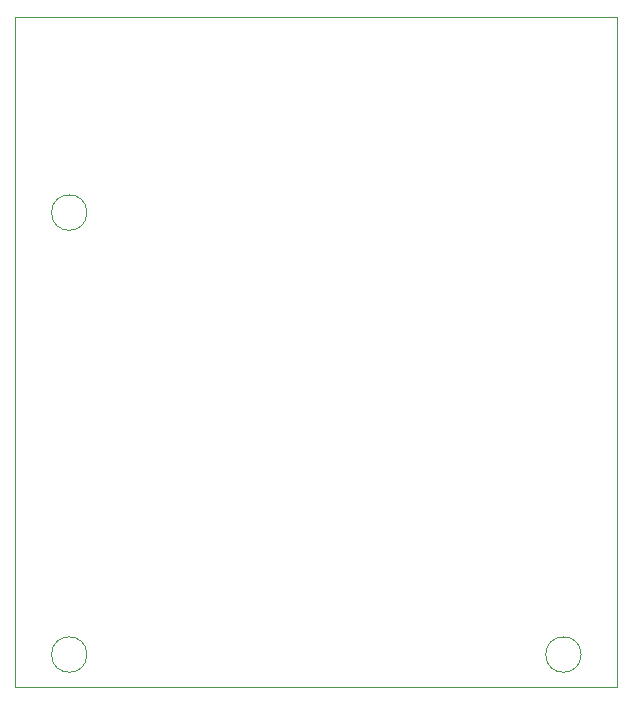
<source format=gbr>
G04 #@! TF.GenerationSoftware,KiCad,Pcbnew,5.1.5+dfsg1-2build2*
G04 #@! TF.CreationDate,2020-06-17T17:16:26+07:00*
G04 #@! TF.ProjectId,wrover_the_thesis,77726f76-6572-45f7-9468-655f74686573,rev?*
G04 #@! TF.SameCoordinates,Original*
G04 #@! TF.FileFunction,Profile,NP*
%FSLAX46Y46*%
G04 Gerber Fmt 4.6, Leading zero omitted, Abs format (unit mm)*
G04 Created by KiCad (PCBNEW 5.1.5+dfsg1-2build2) date 2020-06-17 17:16:26*
%MOMM*%
%LPD*%
G04 APERTURE LIST*
%ADD10C,0.050000*%
G04 APERTURE END LIST*
D10*
X91830000Y-100740000D02*
X40870000Y-100740000D01*
X88770000Y-98000000D02*
G75*
G03X88770000Y-98000000I-1500000J0D01*
G01*
X46930000Y-98000000D02*
G75*
G03X46930000Y-98000000I-1500000J0D01*
G01*
X46930000Y-60580000D02*
G75*
G03X46930000Y-60580000I-1500000J0D01*
G01*
X91830000Y-44000000D02*
X40870000Y-44000000D01*
X91830000Y-100740000D02*
X91830000Y-44000000D01*
X40870000Y-44000000D02*
X40870000Y-100740000D01*
M02*

</source>
